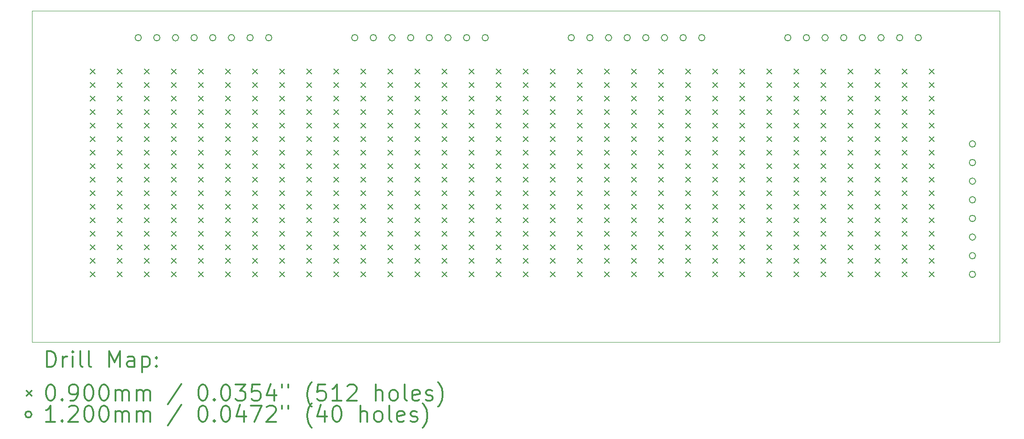
<source format=gbr>
%FSLAX45Y45*%
G04 Gerber Fmt 4.5, Leading zero omitted, Abs format (unit mm)*
G04 Created by KiCad (PCBNEW (5.1.10)-1) date 2023-10-25 13:43:58*
%MOMM*%
%LPD*%
G01*
G04 APERTURE LIST*
%TA.AperFunction,Profile*%
%ADD10C,0.120000*%
%TD*%
%ADD11C,0.200000*%
%ADD12C,0.300000*%
G04 APERTURE END LIST*
D10*
X24447500Y-8064500D02*
X24447500Y-1841500D01*
X6286500Y-1841500D02*
X24447500Y-1841500D01*
X6286500Y-8064500D02*
X6286500Y-1841500D01*
X24447500Y-8064500D02*
X6286500Y-8064500D01*
D11*
X7384500Y-2939500D02*
X7474500Y-3029500D01*
X7474500Y-2939500D02*
X7384500Y-3029500D01*
X7384500Y-3193500D02*
X7474500Y-3283500D01*
X7474500Y-3193500D02*
X7384500Y-3283500D01*
X7384500Y-3447500D02*
X7474500Y-3537500D01*
X7474500Y-3447500D02*
X7384500Y-3537500D01*
X7384500Y-3701500D02*
X7474500Y-3791500D01*
X7474500Y-3701500D02*
X7384500Y-3791500D01*
X7384500Y-3955500D02*
X7474500Y-4045500D01*
X7474500Y-3955500D02*
X7384500Y-4045500D01*
X7384500Y-4209500D02*
X7474500Y-4299500D01*
X7474500Y-4209500D02*
X7384500Y-4299500D01*
X7384500Y-4463500D02*
X7474500Y-4553500D01*
X7474500Y-4463500D02*
X7384500Y-4553500D01*
X7384500Y-4717500D02*
X7474500Y-4807500D01*
X7474500Y-4717500D02*
X7384500Y-4807500D01*
X7384500Y-4971500D02*
X7474500Y-5061500D01*
X7474500Y-4971500D02*
X7384500Y-5061500D01*
X7384500Y-5225500D02*
X7474500Y-5315500D01*
X7474500Y-5225500D02*
X7384500Y-5315500D01*
X7384500Y-5479500D02*
X7474500Y-5569500D01*
X7474500Y-5479500D02*
X7384500Y-5569500D01*
X7384500Y-5733500D02*
X7474500Y-5823500D01*
X7474500Y-5733500D02*
X7384500Y-5823500D01*
X7384500Y-5987500D02*
X7474500Y-6077500D01*
X7474500Y-5987500D02*
X7384500Y-6077500D01*
X7384500Y-6241500D02*
X7474500Y-6331500D01*
X7474500Y-6241500D02*
X7384500Y-6331500D01*
X7384500Y-6495500D02*
X7474500Y-6585500D01*
X7474500Y-6495500D02*
X7384500Y-6585500D01*
X7384500Y-6749500D02*
X7474500Y-6839500D01*
X7474500Y-6749500D02*
X7384500Y-6839500D01*
X7892500Y-2939500D02*
X7982500Y-3029500D01*
X7982500Y-2939500D02*
X7892500Y-3029500D01*
X7892500Y-3193500D02*
X7982500Y-3283500D01*
X7982500Y-3193500D02*
X7892500Y-3283500D01*
X7892500Y-3447500D02*
X7982500Y-3537500D01*
X7982500Y-3447500D02*
X7892500Y-3537500D01*
X7892500Y-3701500D02*
X7982500Y-3791500D01*
X7982500Y-3701500D02*
X7892500Y-3791500D01*
X7892500Y-3955500D02*
X7982500Y-4045500D01*
X7982500Y-3955500D02*
X7892500Y-4045500D01*
X7892500Y-4209500D02*
X7982500Y-4299500D01*
X7982500Y-4209500D02*
X7892500Y-4299500D01*
X7892500Y-4463500D02*
X7982500Y-4553500D01*
X7982500Y-4463500D02*
X7892500Y-4553500D01*
X7892500Y-4717500D02*
X7982500Y-4807500D01*
X7982500Y-4717500D02*
X7892500Y-4807500D01*
X7892500Y-4971500D02*
X7982500Y-5061500D01*
X7982500Y-4971500D02*
X7892500Y-5061500D01*
X7892500Y-5225500D02*
X7982500Y-5315500D01*
X7982500Y-5225500D02*
X7892500Y-5315500D01*
X7892500Y-5479500D02*
X7982500Y-5569500D01*
X7982500Y-5479500D02*
X7892500Y-5569500D01*
X7892500Y-5733500D02*
X7982500Y-5823500D01*
X7982500Y-5733500D02*
X7892500Y-5823500D01*
X7892500Y-5987500D02*
X7982500Y-6077500D01*
X7982500Y-5987500D02*
X7892500Y-6077500D01*
X7892500Y-6241500D02*
X7982500Y-6331500D01*
X7982500Y-6241500D02*
X7892500Y-6331500D01*
X7892500Y-6495500D02*
X7982500Y-6585500D01*
X7982500Y-6495500D02*
X7892500Y-6585500D01*
X7892500Y-6749500D02*
X7982500Y-6839500D01*
X7982500Y-6749500D02*
X7892500Y-6839500D01*
X8400500Y-2939500D02*
X8490500Y-3029500D01*
X8490500Y-2939500D02*
X8400500Y-3029500D01*
X8400500Y-3193500D02*
X8490500Y-3283500D01*
X8490500Y-3193500D02*
X8400500Y-3283500D01*
X8400500Y-3447500D02*
X8490500Y-3537500D01*
X8490500Y-3447500D02*
X8400500Y-3537500D01*
X8400500Y-3701500D02*
X8490500Y-3791500D01*
X8490500Y-3701500D02*
X8400500Y-3791500D01*
X8400500Y-3955500D02*
X8490500Y-4045500D01*
X8490500Y-3955500D02*
X8400500Y-4045500D01*
X8400500Y-4209500D02*
X8490500Y-4299500D01*
X8490500Y-4209500D02*
X8400500Y-4299500D01*
X8400500Y-4463500D02*
X8490500Y-4553500D01*
X8490500Y-4463500D02*
X8400500Y-4553500D01*
X8400500Y-4717500D02*
X8490500Y-4807500D01*
X8490500Y-4717500D02*
X8400500Y-4807500D01*
X8400500Y-4971500D02*
X8490500Y-5061500D01*
X8490500Y-4971500D02*
X8400500Y-5061500D01*
X8400500Y-5225500D02*
X8490500Y-5315500D01*
X8490500Y-5225500D02*
X8400500Y-5315500D01*
X8400500Y-5479500D02*
X8490500Y-5569500D01*
X8490500Y-5479500D02*
X8400500Y-5569500D01*
X8400500Y-5733500D02*
X8490500Y-5823500D01*
X8490500Y-5733500D02*
X8400500Y-5823500D01*
X8400500Y-5987500D02*
X8490500Y-6077500D01*
X8490500Y-5987500D02*
X8400500Y-6077500D01*
X8400500Y-6241500D02*
X8490500Y-6331500D01*
X8490500Y-6241500D02*
X8400500Y-6331500D01*
X8400500Y-6495500D02*
X8490500Y-6585500D01*
X8490500Y-6495500D02*
X8400500Y-6585500D01*
X8400500Y-6749500D02*
X8490500Y-6839500D01*
X8490500Y-6749500D02*
X8400500Y-6839500D01*
X8908500Y-2939500D02*
X8998500Y-3029500D01*
X8998500Y-2939500D02*
X8908500Y-3029500D01*
X8908500Y-3193500D02*
X8998500Y-3283500D01*
X8998500Y-3193500D02*
X8908500Y-3283500D01*
X8908500Y-3447500D02*
X8998500Y-3537500D01*
X8998500Y-3447500D02*
X8908500Y-3537500D01*
X8908500Y-3701500D02*
X8998500Y-3791500D01*
X8998500Y-3701500D02*
X8908500Y-3791500D01*
X8908500Y-3955500D02*
X8998500Y-4045500D01*
X8998500Y-3955500D02*
X8908500Y-4045500D01*
X8908500Y-4209500D02*
X8998500Y-4299500D01*
X8998500Y-4209500D02*
X8908500Y-4299500D01*
X8908500Y-4463500D02*
X8998500Y-4553500D01*
X8998500Y-4463500D02*
X8908500Y-4553500D01*
X8908500Y-4717500D02*
X8998500Y-4807500D01*
X8998500Y-4717500D02*
X8908500Y-4807500D01*
X8908500Y-4971500D02*
X8998500Y-5061500D01*
X8998500Y-4971500D02*
X8908500Y-5061500D01*
X8908500Y-5225500D02*
X8998500Y-5315500D01*
X8998500Y-5225500D02*
X8908500Y-5315500D01*
X8908500Y-5479500D02*
X8998500Y-5569500D01*
X8998500Y-5479500D02*
X8908500Y-5569500D01*
X8908500Y-5733500D02*
X8998500Y-5823500D01*
X8998500Y-5733500D02*
X8908500Y-5823500D01*
X8908500Y-5987500D02*
X8998500Y-6077500D01*
X8998500Y-5987500D02*
X8908500Y-6077500D01*
X8908500Y-6241500D02*
X8998500Y-6331500D01*
X8998500Y-6241500D02*
X8908500Y-6331500D01*
X8908500Y-6495500D02*
X8998500Y-6585500D01*
X8998500Y-6495500D02*
X8908500Y-6585500D01*
X8908500Y-6749500D02*
X8998500Y-6839500D01*
X8998500Y-6749500D02*
X8908500Y-6839500D01*
X9416500Y-2939500D02*
X9506500Y-3029500D01*
X9506500Y-2939500D02*
X9416500Y-3029500D01*
X9416500Y-3193500D02*
X9506500Y-3283500D01*
X9506500Y-3193500D02*
X9416500Y-3283500D01*
X9416500Y-3447500D02*
X9506500Y-3537500D01*
X9506500Y-3447500D02*
X9416500Y-3537500D01*
X9416500Y-3701500D02*
X9506500Y-3791500D01*
X9506500Y-3701500D02*
X9416500Y-3791500D01*
X9416500Y-3955500D02*
X9506500Y-4045500D01*
X9506500Y-3955500D02*
X9416500Y-4045500D01*
X9416500Y-4209500D02*
X9506500Y-4299500D01*
X9506500Y-4209500D02*
X9416500Y-4299500D01*
X9416500Y-4463500D02*
X9506500Y-4553500D01*
X9506500Y-4463500D02*
X9416500Y-4553500D01*
X9416500Y-4717500D02*
X9506500Y-4807500D01*
X9506500Y-4717500D02*
X9416500Y-4807500D01*
X9416500Y-4971500D02*
X9506500Y-5061500D01*
X9506500Y-4971500D02*
X9416500Y-5061500D01*
X9416500Y-5225500D02*
X9506500Y-5315500D01*
X9506500Y-5225500D02*
X9416500Y-5315500D01*
X9416500Y-5479500D02*
X9506500Y-5569500D01*
X9506500Y-5479500D02*
X9416500Y-5569500D01*
X9416500Y-5733500D02*
X9506500Y-5823500D01*
X9506500Y-5733500D02*
X9416500Y-5823500D01*
X9416500Y-5987500D02*
X9506500Y-6077500D01*
X9506500Y-5987500D02*
X9416500Y-6077500D01*
X9416500Y-6241500D02*
X9506500Y-6331500D01*
X9506500Y-6241500D02*
X9416500Y-6331500D01*
X9416500Y-6495500D02*
X9506500Y-6585500D01*
X9506500Y-6495500D02*
X9416500Y-6585500D01*
X9416500Y-6749500D02*
X9506500Y-6839500D01*
X9506500Y-6749500D02*
X9416500Y-6839500D01*
X9924500Y-2939500D02*
X10014500Y-3029500D01*
X10014500Y-2939500D02*
X9924500Y-3029500D01*
X9924500Y-3193500D02*
X10014500Y-3283500D01*
X10014500Y-3193500D02*
X9924500Y-3283500D01*
X9924500Y-3447500D02*
X10014500Y-3537500D01*
X10014500Y-3447500D02*
X9924500Y-3537500D01*
X9924500Y-3701500D02*
X10014500Y-3791500D01*
X10014500Y-3701500D02*
X9924500Y-3791500D01*
X9924500Y-3955500D02*
X10014500Y-4045500D01*
X10014500Y-3955500D02*
X9924500Y-4045500D01*
X9924500Y-4209500D02*
X10014500Y-4299500D01*
X10014500Y-4209500D02*
X9924500Y-4299500D01*
X9924500Y-4463500D02*
X10014500Y-4553500D01*
X10014500Y-4463500D02*
X9924500Y-4553500D01*
X9924500Y-4717500D02*
X10014500Y-4807500D01*
X10014500Y-4717500D02*
X9924500Y-4807500D01*
X9924500Y-4971500D02*
X10014500Y-5061500D01*
X10014500Y-4971500D02*
X9924500Y-5061500D01*
X9924500Y-5225500D02*
X10014500Y-5315500D01*
X10014500Y-5225500D02*
X9924500Y-5315500D01*
X9924500Y-5479500D02*
X10014500Y-5569500D01*
X10014500Y-5479500D02*
X9924500Y-5569500D01*
X9924500Y-5733500D02*
X10014500Y-5823500D01*
X10014500Y-5733500D02*
X9924500Y-5823500D01*
X9924500Y-5987500D02*
X10014500Y-6077500D01*
X10014500Y-5987500D02*
X9924500Y-6077500D01*
X9924500Y-6241500D02*
X10014500Y-6331500D01*
X10014500Y-6241500D02*
X9924500Y-6331500D01*
X9924500Y-6495500D02*
X10014500Y-6585500D01*
X10014500Y-6495500D02*
X9924500Y-6585500D01*
X9924500Y-6749500D02*
X10014500Y-6839500D01*
X10014500Y-6749500D02*
X9924500Y-6839500D01*
X10432500Y-2939500D02*
X10522500Y-3029500D01*
X10522500Y-2939500D02*
X10432500Y-3029500D01*
X10432500Y-3193500D02*
X10522500Y-3283500D01*
X10522500Y-3193500D02*
X10432500Y-3283500D01*
X10432500Y-3447500D02*
X10522500Y-3537500D01*
X10522500Y-3447500D02*
X10432500Y-3537500D01*
X10432500Y-3701500D02*
X10522500Y-3791500D01*
X10522500Y-3701500D02*
X10432500Y-3791500D01*
X10432500Y-3955500D02*
X10522500Y-4045500D01*
X10522500Y-3955500D02*
X10432500Y-4045500D01*
X10432500Y-4209500D02*
X10522500Y-4299500D01*
X10522500Y-4209500D02*
X10432500Y-4299500D01*
X10432500Y-4463500D02*
X10522500Y-4553500D01*
X10522500Y-4463500D02*
X10432500Y-4553500D01*
X10432500Y-4717500D02*
X10522500Y-4807500D01*
X10522500Y-4717500D02*
X10432500Y-4807500D01*
X10432500Y-4971500D02*
X10522500Y-5061500D01*
X10522500Y-4971500D02*
X10432500Y-5061500D01*
X10432500Y-5225500D02*
X10522500Y-5315500D01*
X10522500Y-5225500D02*
X10432500Y-5315500D01*
X10432500Y-5479500D02*
X10522500Y-5569500D01*
X10522500Y-5479500D02*
X10432500Y-5569500D01*
X10432500Y-5733500D02*
X10522500Y-5823500D01*
X10522500Y-5733500D02*
X10432500Y-5823500D01*
X10432500Y-5987500D02*
X10522500Y-6077500D01*
X10522500Y-5987500D02*
X10432500Y-6077500D01*
X10432500Y-6241500D02*
X10522500Y-6331500D01*
X10522500Y-6241500D02*
X10432500Y-6331500D01*
X10432500Y-6495500D02*
X10522500Y-6585500D01*
X10522500Y-6495500D02*
X10432500Y-6585500D01*
X10432500Y-6749500D02*
X10522500Y-6839500D01*
X10522500Y-6749500D02*
X10432500Y-6839500D01*
X10940500Y-2939500D02*
X11030500Y-3029500D01*
X11030500Y-2939500D02*
X10940500Y-3029500D01*
X10940500Y-3193500D02*
X11030500Y-3283500D01*
X11030500Y-3193500D02*
X10940500Y-3283500D01*
X10940500Y-3447500D02*
X11030500Y-3537500D01*
X11030500Y-3447500D02*
X10940500Y-3537500D01*
X10940500Y-3701500D02*
X11030500Y-3791500D01*
X11030500Y-3701500D02*
X10940500Y-3791500D01*
X10940500Y-3955500D02*
X11030500Y-4045500D01*
X11030500Y-3955500D02*
X10940500Y-4045500D01*
X10940500Y-4209500D02*
X11030500Y-4299500D01*
X11030500Y-4209500D02*
X10940500Y-4299500D01*
X10940500Y-4463500D02*
X11030500Y-4553500D01*
X11030500Y-4463500D02*
X10940500Y-4553500D01*
X10940500Y-4717500D02*
X11030500Y-4807500D01*
X11030500Y-4717500D02*
X10940500Y-4807500D01*
X10940500Y-4971500D02*
X11030500Y-5061500D01*
X11030500Y-4971500D02*
X10940500Y-5061500D01*
X10940500Y-5225500D02*
X11030500Y-5315500D01*
X11030500Y-5225500D02*
X10940500Y-5315500D01*
X10940500Y-5479500D02*
X11030500Y-5569500D01*
X11030500Y-5479500D02*
X10940500Y-5569500D01*
X10940500Y-5733500D02*
X11030500Y-5823500D01*
X11030500Y-5733500D02*
X10940500Y-5823500D01*
X10940500Y-5987500D02*
X11030500Y-6077500D01*
X11030500Y-5987500D02*
X10940500Y-6077500D01*
X10940500Y-6241500D02*
X11030500Y-6331500D01*
X11030500Y-6241500D02*
X10940500Y-6331500D01*
X10940500Y-6495500D02*
X11030500Y-6585500D01*
X11030500Y-6495500D02*
X10940500Y-6585500D01*
X10940500Y-6749500D02*
X11030500Y-6839500D01*
X11030500Y-6749500D02*
X10940500Y-6839500D01*
X11448500Y-2939500D02*
X11538500Y-3029500D01*
X11538500Y-2939500D02*
X11448500Y-3029500D01*
X11448500Y-3193500D02*
X11538500Y-3283500D01*
X11538500Y-3193500D02*
X11448500Y-3283500D01*
X11448500Y-3447500D02*
X11538500Y-3537500D01*
X11538500Y-3447500D02*
X11448500Y-3537500D01*
X11448500Y-3701500D02*
X11538500Y-3791500D01*
X11538500Y-3701500D02*
X11448500Y-3791500D01*
X11448500Y-3955500D02*
X11538500Y-4045500D01*
X11538500Y-3955500D02*
X11448500Y-4045500D01*
X11448500Y-4209500D02*
X11538500Y-4299500D01*
X11538500Y-4209500D02*
X11448500Y-4299500D01*
X11448500Y-4463500D02*
X11538500Y-4553500D01*
X11538500Y-4463500D02*
X11448500Y-4553500D01*
X11448500Y-4717500D02*
X11538500Y-4807500D01*
X11538500Y-4717500D02*
X11448500Y-4807500D01*
X11448500Y-4971500D02*
X11538500Y-5061500D01*
X11538500Y-4971500D02*
X11448500Y-5061500D01*
X11448500Y-5225500D02*
X11538500Y-5315500D01*
X11538500Y-5225500D02*
X11448500Y-5315500D01*
X11448500Y-5479500D02*
X11538500Y-5569500D01*
X11538500Y-5479500D02*
X11448500Y-5569500D01*
X11448500Y-5733500D02*
X11538500Y-5823500D01*
X11538500Y-5733500D02*
X11448500Y-5823500D01*
X11448500Y-5987500D02*
X11538500Y-6077500D01*
X11538500Y-5987500D02*
X11448500Y-6077500D01*
X11448500Y-6241500D02*
X11538500Y-6331500D01*
X11538500Y-6241500D02*
X11448500Y-6331500D01*
X11448500Y-6495500D02*
X11538500Y-6585500D01*
X11538500Y-6495500D02*
X11448500Y-6585500D01*
X11448500Y-6749500D02*
X11538500Y-6839500D01*
X11538500Y-6749500D02*
X11448500Y-6839500D01*
X11956500Y-2939500D02*
X12046500Y-3029500D01*
X12046500Y-2939500D02*
X11956500Y-3029500D01*
X11956500Y-3193500D02*
X12046500Y-3283500D01*
X12046500Y-3193500D02*
X11956500Y-3283500D01*
X11956500Y-3447500D02*
X12046500Y-3537500D01*
X12046500Y-3447500D02*
X11956500Y-3537500D01*
X11956500Y-3701500D02*
X12046500Y-3791500D01*
X12046500Y-3701500D02*
X11956500Y-3791500D01*
X11956500Y-3955500D02*
X12046500Y-4045500D01*
X12046500Y-3955500D02*
X11956500Y-4045500D01*
X11956500Y-4209500D02*
X12046500Y-4299500D01*
X12046500Y-4209500D02*
X11956500Y-4299500D01*
X11956500Y-4463500D02*
X12046500Y-4553500D01*
X12046500Y-4463500D02*
X11956500Y-4553500D01*
X11956500Y-4717500D02*
X12046500Y-4807500D01*
X12046500Y-4717500D02*
X11956500Y-4807500D01*
X11956500Y-4971500D02*
X12046500Y-5061500D01*
X12046500Y-4971500D02*
X11956500Y-5061500D01*
X11956500Y-5225500D02*
X12046500Y-5315500D01*
X12046500Y-5225500D02*
X11956500Y-5315500D01*
X11956500Y-5479500D02*
X12046500Y-5569500D01*
X12046500Y-5479500D02*
X11956500Y-5569500D01*
X11956500Y-5733500D02*
X12046500Y-5823500D01*
X12046500Y-5733500D02*
X11956500Y-5823500D01*
X11956500Y-5987500D02*
X12046500Y-6077500D01*
X12046500Y-5987500D02*
X11956500Y-6077500D01*
X11956500Y-6241500D02*
X12046500Y-6331500D01*
X12046500Y-6241500D02*
X11956500Y-6331500D01*
X11956500Y-6495500D02*
X12046500Y-6585500D01*
X12046500Y-6495500D02*
X11956500Y-6585500D01*
X11956500Y-6749500D02*
X12046500Y-6839500D01*
X12046500Y-6749500D02*
X11956500Y-6839500D01*
X12464500Y-2939500D02*
X12554500Y-3029500D01*
X12554500Y-2939500D02*
X12464500Y-3029500D01*
X12464500Y-3193500D02*
X12554500Y-3283500D01*
X12554500Y-3193500D02*
X12464500Y-3283500D01*
X12464500Y-3447500D02*
X12554500Y-3537500D01*
X12554500Y-3447500D02*
X12464500Y-3537500D01*
X12464500Y-3701500D02*
X12554500Y-3791500D01*
X12554500Y-3701500D02*
X12464500Y-3791500D01*
X12464500Y-3955500D02*
X12554500Y-4045500D01*
X12554500Y-3955500D02*
X12464500Y-4045500D01*
X12464500Y-4209500D02*
X12554500Y-4299500D01*
X12554500Y-4209500D02*
X12464500Y-4299500D01*
X12464500Y-4463500D02*
X12554500Y-4553500D01*
X12554500Y-4463500D02*
X12464500Y-4553500D01*
X12464500Y-4717500D02*
X12554500Y-4807500D01*
X12554500Y-4717500D02*
X12464500Y-4807500D01*
X12464500Y-4971500D02*
X12554500Y-5061500D01*
X12554500Y-4971500D02*
X12464500Y-5061500D01*
X12464500Y-5225500D02*
X12554500Y-5315500D01*
X12554500Y-5225500D02*
X12464500Y-5315500D01*
X12464500Y-5479500D02*
X12554500Y-5569500D01*
X12554500Y-5479500D02*
X12464500Y-5569500D01*
X12464500Y-5733500D02*
X12554500Y-5823500D01*
X12554500Y-5733500D02*
X12464500Y-5823500D01*
X12464500Y-5987500D02*
X12554500Y-6077500D01*
X12554500Y-5987500D02*
X12464500Y-6077500D01*
X12464500Y-6241500D02*
X12554500Y-6331500D01*
X12554500Y-6241500D02*
X12464500Y-6331500D01*
X12464500Y-6495500D02*
X12554500Y-6585500D01*
X12554500Y-6495500D02*
X12464500Y-6585500D01*
X12464500Y-6749500D02*
X12554500Y-6839500D01*
X12554500Y-6749500D02*
X12464500Y-6839500D01*
X12972500Y-2939500D02*
X13062500Y-3029500D01*
X13062500Y-2939500D02*
X12972500Y-3029500D01*
X12972500Y-3193500D02*
X13062500Y-3283500D01*
X13062500Y-3193500D02*
X12972500Y-3283500D01*
X12972500Y-3447500D02*
X13062500Y-3537500D01*
X13062500Y-3447500D02*
X12972500Y-3537500D01*
X12972500Y-3701500D02*
X13062500Y-3791500D01*
X13062500Y-3701500D02*
X12972500Y-3791500D01*
X12972500Y-3955500D02*
X13062500Y-4045500D01*
X13062500Y-3955500D02*
X12972500Y-4045500D01*
X12972500Y-4209500D02*
X13062500Y-4299500D01*
X13062500Y-4209500D02*
X12972500Y-4299500D01*
X12972500Y-4463500D02*
X13062500Y-4553500D01*
X13062500Y-4463500D02*
X12972500Y-4553500D01*
X12972500Y-4717500D02*
X13062500Y-4807500D01*
X13062500Y-4717500D02*
X12972500Y-4807500D01*
X12972500Y-4971500D02*
X13062500Y-5061500D01*
X13062500Y-4971500D02*
X12972500Y-5061500D01*
X12972500Y-5225500D02*
X13062500Y-5315500D01*
X13062500Y-5225500D02*
X12972500Y-5315500D01*
X12972500Y-5479500D02*
X13062500Y-5569500D01*
X13062500Y-5479500D02*
X12972500Y-5569500D01*
X12972500Y-5733500D02*
X13062500Y-5823500D01*
X13062500Y-5733500D02*
X12972500Y-5823500D01*
X12972500Y-5987500D02*
X13062500Y-6077500D01*
X13062500Y-5987500D02*
X12972500Y-6077500D01*
X12972500Y-6241500D02*
X13062500Y-6331500D01*
X13062500Y-6241500D02*
X12972500Y-6331500D01*
X12972500Y-6495500D02*
X13062500Y-6585500D01*
X13062500Y-6495500D02*
X12972500Y-6585500D01*
X12972500Y-6749500D02*
X13062500Y-6839500D01*
X13062500Y-6749500D02*
X12972500Y-6839500D01*
X13480500Y-2939500D02*
X13570500Y-3029500D01*
X13570500Y-2939500D02*
X13480500Y-3029500D01*
X13480500Y-3193500D02*
X13570500Y-3283500D01*
X13570500Y-3193500D02*
X13480500Y-3283500D01*
X13480500Y-3447500D02*
X13570500Y-3537500D01*
X13570500Y-3447500D02*
X13480500Y-3537500D01*
X13480500Y-3701500D02*
X13570500Y-3791500D01*
X13570500Y-3701500D02*
X13480500Y-3791500D01*
X13480500Y-3955500D02*
X13570500Y-4045500D01*
X13570500Y-3955500D02*
X13480500Y-4045500D01*
X13480500Y-4209500D02*
X13570500Y-4299500D01*
X13570500Y-4209500D02*
X13480500Y-4299500D01*
X13480500Y-4463500D02*
X13570500Y-4553500D01*
X13570500Y-4463500D02*
X13480500Y-4553500D01*
X13480500Y-4717500D02*
X13570500Y-4807500D01*
X13570500Y-4717500D02*
X13480500Y-4807500D01*
X13480500Y-4971500D02*
X13570500Y-5061500D01*
X13570500Y-4971500D02*
X13480500Y-5061500D01*
X13480500Y-5225500D02*
X13570500Y-5315500D01*
X13570500Y-5225500D02*
X13480500Y-5315500D01*
X13480500Y-5479500D02*
X13570500Y-5569500D01*
X13570500Y-5479500D02*
X13480500Y-5569500D01*
X13480500Y-5733500D02*
X13570500Y-5823500D01*
X13570500Y-5733500D02*
X13480500Y-5823500D01*
X13480500Y-5987500D02*
X13570500Y-6077500D01*
X13570500Y-5987500D02*
X13480500Y-6077500D01*
X13480500Y-6241500D02*
X13570500Y-6331500D01*
X13570500Y-6241500D02*
X13480500Y-6331500D01*
X13480500Y-6495500D02*
X13570500Y-6585500D01*
X13570500Y-6495500D02*
X13480500Y-6585500D01*
X13480500Y-6749500D02*
X13570500Y-6839500D01*
X13570500Y-6749500D02*
X13480500Y-6839500D01*
X13988500Y-2939500D02*
X14078500Y-3029500D01*
X14078500Y-2939500D02*
X13988500Y-3029500D01*
X13988500Y-3193500D02*
X14078500Y-3283500D01*
X14078500Y-3193500D02*
X13988500Y-3283500D01*
X13988500Y-3447500D02*
X14078500Y-3537500D01*
X14078500Y-3447500D02*
X13988500Y-3537500D01*
X13988500Y-3701500D02*
X14078500Y-3791500D01*
X14078500Y-3701500D02*
X13988500Y-3791500D01*
X13988500Y-3955500D02*
X14078500Y-4045500D01*
X14078500Y-3955500D02*
X13988500Y-4045500D01*
X13988500Y-4209500D02*
X14078500Y-4299500D01*
X14078500Y-4209500D02*
X13988500Y-4299500D01*
X13988500Y-4463500D02*
X14078500Y-4553500D01*
X14078500Y-4463500D02*
X13988500Y-4553500D01*
X13988500Y-4717500D02*
X14078500Y-4807500D01*
X14078500Y-4717500D02*
X13988500Y-4807500D01*
X13988500Y-4971500D02*
X14078500Y-5061500D01*
X14078500Y-4971500D02*
X13988500Y-5061500D01*
X13988500Y-5225500D02*
X14078500Y-5315500D01*
X14078500Y-5225500D02*
X13988500Y-5315500D01*
X13988500Y-5479500D02*
X14078500Y-5569500D01*
X14078500Y-5479500D02*
X13988500Y-5569500D01*
X13988500Y-5733500D02*
X14078500Y-5823500D01*
X14078500Y-5733500D02*
X13988500Y-5823500D01*
X13988500Y-5987500D02*
X14078500Y-6077500D01*
X14078500Y-5987500D02*
X13988500Y-6077500D01*
X13988500Y-6241500D02*
X14078500Y-6331500D01*
X14078500Y-6241500D02*
X13988500Y-6331500D01*
X13988500Y-6495500D02*
X14078500Y-6585500D01*
X14078500Y-6495500D02*
X13988500Y-6585500D01*
X13988500Y-6749500D02*
X14078500Y-6839500D01*
X14078500Y-6749500D02*
X13988500Y-6839500D01*
X14496500Y-2939500D02*
X14586500Y-3029500D01*
X14586500Y-2939500D02*
X14496500Y-3029500D01*
X14496500Y-3193500D02*
X14586500Y-3283500D01*
X14586500Y-3193500D02*
X14496500Y-3283500D01*
X14496500Y-3447500D02*
X14586500Y-3537500D01*
X14586500Y-3447500D02*
X14496500Y-3537500D01*
X14496500Y-3701500D02*
X14586500Y-3791500D01*
X14586500Y-3701500D02*
X14496500Y-3791500D01*
X14496500Y-3955500D02*
X14586500Y-4045500D01*
X14586500Y-3955500D02*
X14496500Y-4045500D01*
X14496500Y-4209500D02*
X14586500Y-4299500D01*
X14586500Y-4209500D02*
X14496500Y-4299500D01*
X14496500Y-4463500D02*
X14586500Y-4553500D01*
X14586500Y-4463500D02*
X14496500Y-4553500D01*
X14496500Y-4717500D02*
X14586500Y-4807500D01*
X14586500Y-4717500D02*
X14496500Y-4807500D01*
X14496500Y-4971500D02*
X14586500Y-5061500D01*
X14586500Y-4971500D02*
X14496500Y-5061500D01*
X14496500Y-5225500D02*
X14586500Y-5315500D01*
X14586500Y-5225500D02*
X14496500Y-5315500D01*
X14496500Y-5479500D02*
X14586500Y-5569500D01*
X14586500Y-5479500D02*
X14496500Y-5569500D01*
X14496500Y-5733500D02*
X14586500Y-5823500D01*
X14586500Y-5733500D02*
X14496500Y-5823500D01*
X14496500Y-5987500D02*
X14586500Y-6077500D01*
X14586500Y-5987500D02*
X14496500Y-6077500D01*
X14496500Y-6241500D02*
X14586500Y-6331500D01*
X14586500Y-6241500D02*
X14496500Y-6331500D01*
X14496500Y-6495500D02*
X14586500Y-6585500D01*
X14586500Y-6495500D02*
X14496500Y-6585500D01*
X14496500Y-6749500D02*
X14586500Y-6839500D01*
X14586500Y-6749500D02*
X14496500Y-6839500D01*
X15004500Y-2939500D02*
X15094500Y-3029500D01*
X15094500Y-2939500D02*
X15004500Y-3029500D01*
X15004500Y-3193500D02*
X15094500Y-3283500D01*
X15094500Y-3193500D02*
X15004500Y-3283500D01*
X15004500Y-3447500D02*
X15094500Y-3537500D01*
X15094500Y-3447500D02*
X15004500Y-3537500D01*
X15004500Y-3701500D02*
X15094500Y-3791500D01*
X15094500Y-3701500D02*
X15004500Y-3791500D01*
X15004500Y-3955500D02*
X15094500Y-4045500D01*
X15094500Y-3955500D02*
X15004500Y-4045500D01*
X15004500Y-4209500D02*
X15094500Y-4299500D01*
X15094500Y-4209500D02*
X15004500Y-4299500D01*
X15004500Y-4463500D02*
X15094500Y-4553500D01*
X15094500Y-4463500D02*
X15004500Y-4553500D01*
X15004500Y-4717500D02*
X15094500Y-4807500D01*
X15094500Y-4717500D02*
X15004500Y-4807500D01*
X15004500Y-4971500D02*
X15094500Y-5061500D01*
X15094500Y-4971500D02*
X15004500Y-5061500D01*
X15004500Y-5225500D02*
X15094500Y-5315500D01*
X15094500Y-5225500D02*
X15004500Y-5315500D01*
X15004500Y-5479500D02*
X15094500Y-5569500D01*
X15094500Y-5479500D02*
X15004500Y-5569500D01*
X15004500Y-5733500D02*
X15094500Y-5823500D01*
X15094500Y-5733500D02*
X15004500Y-5823500D01*
X15004500Y-5987500D02*
X15094500Y-6077500D01*
X15094500Y-5987500D02*
X15004500Y-6077500D01*
X15004500Y-6241500D02*
X15094500Y-6331500D01*
X15094500Y-6241500D02*
X15004500Y-6331500D01*
X15004500Y-6495500D02*
X15094500Y-6585500D01*
X15094500Y-6495500D02*
X15004500Y-6585500D01*
X15004500Y-6749500D02*
X15094500Y-6839500D01*
X15094500Y-6749500D02*
X15004500Y-6839500D01*
X15512500Y-2939500D02*
X15602500Y-3029500D01*
X15602500Y-2939500D02*
X15512500Y-3029500D01*
X15512500Y-3193500D02*
X15602500Y-3283500D01*
X15602500Y-3193500D02*
X15512500Y-3283500D01*
X15512500Y-3447500D02*
X15602500Y-3537500D01*
X15602500Y-3447500D02*
X15512500Y-3537500D01*
X15512500Y-3701500D02*
X15602500Y-3791500D01*
X15602500Y-3701500D02*
X15512500Y-3791500D01*
X15512500Y-3955500D02*
X15602500Y-4045500D01*
X15602500Y-3955500D02*
X15512500Y-4045500D01*
X15512500Y-4209500D02*
X15602500Y-4299500D01*
X15602500Y-4209500D02*
X15512500Y-4299500D01*
X15512500Y-4463500D02*
X15602500Y-4553500D01*
X15602500Y-4463500D02*
X15512500Y-4553500D01*
X15512500Y-4717500D02*
X15602500Y-4807500D01*
X15602500Y-4717500D02*
X15512500Y-4807500D01*
X15512500Y-4971500D02*
X15602500Y-5061500D01*
X15602500Y-4971500D02*
X15512500Y-5061500D01*
X15512500Y-5225500D02*
X15602500Y-5315500D01*
X15602500Y-5225500D02*
X15512500Y-5315500D01*
X15512500Y-5479500D02*
X15602500Y-5569500D01*
X15602500Y-5479500D02*
X15512500Y-5569500D01*
X15512500Y-5733500D02*
X15602500Y-5823500D01*
X15602500Y-5733500D02*
X15512500Y-5823500D01*
X15512500Y-5987500D02*
X15602500Y-6077500D01*
X15602500Y-5987500D02*
X15512500Y-6077500D01*
X15512500Y-6241500D02*
X15602500Y-6331500D01*
X15602500Y-6241500D02*
X15512500Y-6331500D01*
X15512500Y-6495500D02*
X15602500Y-6585500D01*
X15602500Y-6495500D02*
X15512500Y-6585500D01*
X15512500Y-6749500D02*
X15602500Y-6839500D01*
X15602500Y-6749500D02*
X15512500Y-6839500D01*
X16020500Y-2939500D02*
X16110500Y-3029500D01*
X16110500Y-2939500D02*
X16020500Y-3029500D01*
X16020500Y-3193500D02*
X16110500Y-3283500D01*
X16110500Y-3193500D02*
X16020500Y-3283500D01*
X16020500Y-3447500D02*
X16110500Y-3537500D01*
X16110500Y-3447500D02*
X16020500Y-3537500D01*
X16020500Y-3701500D02*
X16110500Y-3791500D01*
X16110500Y-3701500D02*
X16020500Y-3791500D01*
X16020500Y-3955500D02*
X16110500Y-4045500D01*
X16110500Y-3955500D02*
X16020500Y-4045500D01*
X16020500Y-4209500D02*
X16110500Y-4299500D01*
X16110500Y-4209500D02*
X16020500Y-4299500D01*
X16020500Y-4463500D02*
X16110500Y-4553500D01*
X16110500Y-4463500D02*
X16020500Y-4553500D01*
X16020500Y-4717500D02*
X16110500Y-4807500D01*
X16110500Y-4717500D02*
X16020500Y-4807500D01*
X16020500Y-4971500D02*
X16110500Y-5061500D01*
X16110500Y-4971500D02*
X16020500Y-5061500D01*
X16020500Y-5225500D02*
X16110500Y-5315500D01*
X16110500Y-5225500D02*
X16020500Y-5315500D01*
X16020500Y-5479500D02*
X16110500Y-5569500D01*
X16110500Y-5479500D02*
X16020500Y-5569500D01*
X16020500Y-5733500D02*
X16110500Y-5823500D01*
X16110500Y-5733500D02*
X16020500Y-5823500D01*
X16020500Y-5987500D02*
X16110500Y-6077500D01*
X16110500Y-5987500D02*
X16020500Y-6077500D01*
X16020500Y-6241500D02*
X16110500Y-6331500D01*
X16110500Y-6241500D02*
X16020500Y-6331500D01*
X16020500Y-6495500D02*
X16110500Y-6585500D01*
X16110500Y-6495500D02*
X16020500Y-6585500D01*
X16020500Y-6749500D02*
X16110500Y-6839500D01*
X16110500Y-6749500D02*
X16020500Y-6839500D01*
X16528500Y-2939500D02*
X16618500Y-3029500D01*
X16618500Y-2939500D02*
X16528500Y-3029500D01*
X16528500Y-3193500D02*
X16618500Y-3283500D01*
X16618500Y-3193500D02*
X16528500Y-3283500D01*
X16528500Y-3447500D02*
X16618500Y-3537500D01*
X16618500Y-3447500D02*
X16528500Y-3537500D01*
X16528500Y-3701500D02*
X16618500Y-3791500D01*
X16618500Y-3701500D02*
X16528500Y-3791500D01*
X16528500Y-3955500D02*
X16618500Y-4045500D01*
X16618500Y-3955500D02*
X16528500Y-4045500D01*
X16528500Y-4209500D02*
X16618500Y-4299500D01*
X16618500Y-4209500D02*
X16528500Y-4299500D01*
X16528500Y-4463500D02*
X16618500Y-4553500D01*
X16618500Y-4463500D02*
X16528500Y-4553500D01*
X16528500Y-4717500D02*
X16618500Y-4807500D01*
X16618500Y-4717500D02*
X16528500Y-4807500D01*
X16528500Y-4971500D02*
X16618500Y-5061500D01*
X16618500Y-4971500D02*
X16528500Y-5061500D01*
X16528500Y-5225500D02*
X16618500Y-5315500D01*
X16618500Y-5225500D02*
X16528500Y-5315500D01*
X16528500Y-5479500D02*
X16618500Y-5569500D01*
X16618500Y-5479500D02*
X16528500Y-5569500D01*
X16528500Y-5733500D02*
X16618500Y-5823500D01*
X16618500Y-5733500D02*
X16528500Y-5823500D01*
X16528500Y-5987500D02*
X16618500Y-6077500D01*
X16618500Y-5987500D02*
X16528500Y-6077500D01*
X16528500Y-6241500D02*
X16618500Y-6331500D01*
X16618500Y-6241500D02*
X16528500Y-6331500D01*
X16528500Y-6495500D02*
X16618500Y-6585500D01*
X16618500Y-6495500D02*
X16528500Y-6585500D01*
X16528500Y-6749500D02*
X16618500Y-6839500D01*
X16618500Y-6749500D02*
X16528500Y-6839500D01*
X17036500Y-2939500D02*
X17126500Y-3029500D01*
X17126500Y-2939500D02*
X17036500Y-3029500D01*
X17036500Y-3193500D02*
X17126500Y-3283500D01*
X17126500Y-3193500D02*
X17036500Y-3283500D01*
X17036500Y-3447500D02*
X17126500Y-3537500D01*
X17126500Y-3447500D02*
X17036500Y-3537500D01*
X17036500Y-3701500D02*
X17126500Y-3791500D01*
X17126500Y-3701500D02*
X17036500Y-3791500D01*
X17036500Y-3955500D02*
X17126500Y-4045500D01*
X17126500Y-3955500D02*
X17036500Y-4045500D01*
X17036500Y-4209500D02*
X17126500Y-4299500D01*
X17126500Y-4209500D02*
X17036500Y-4299500D01*
X17036500Y-4463500D02*
X17126500Y-4553500D01*
X17126500Y-4463500D02*
X17036500Y-4553500D01*
X17036500Y-4717500D02*
X17126500Y-4807500D01*
X17126500Y-4717500D02*
X17036500Y-4807500D01*
X17036500Y-4971500D02*
X17126500Y-5061500D01*
X17126500Y-4971500D02*
X17036500Y-5061500D01*
X17036500Y-5225500D02*
X17126500Y-5315500D01*
X17126500Y-5225500D02*
X17036500Y-5315500D01*
X17036500Y-5479500D02*
X17126500Y-5569500D01*
X17126500Y-5479500D02*
X17036500Y-5569500D01*
X17036500Y-5733500D02*
X17126500Y-5823500D01*
X17126500Y-5733500D02*
X17036500Y-5823500D01*
X17036500Y-5987500D02*
X17126500Y-6077500D01*
X17126500Y-5987500D02*
X17036500Y-6077500D01*
X17036500Y-6241500D02*
X17126500Y-6331500D01*
X17126500Y-6241500D02*
X17036500Y-6331500D01*
X17036500Y-6495500D02*
X17126500Y-6585500D01*
X17126500Y-6495500D02*
X17036500Y-6585500D01*
X17036500Y-6749500D02*
X17126500Y-6839500D01*
X17126500Y-6749500D02*
X17036500Y-6839500D01*
X17544500Y-2939500D02*
X17634500Y-3029500D01*
X17634500Y-2939500D02*
X17544500Y-3029500D01*
X17544500Y-3193500D02*
X17634500Y-3283500D01*
X17634500Y-3193500D02*
X17544500Y-3283500D01*
X17544500Y-3447500D02*
X17634500Y-3537500D01*
X17634500Y-3447500D02*
X17544500Y-3537500D01*
X17544500Y-3701500D02*
X17634500Y-3791500D01*
X17634500Y-3701500D02*
X17544500Y-3791500D01*
X17544500Y-3955500D02*
X17634500Y-4045500D01*
X17634500Y-3955500D02*
X17544500Y-4045500D01*
X17544500Y-4209500D02*
X17634500Y-4299500D01*
X17634500Y-4209500D02*
X17544500Y-4299500D01*
X17544500Y-4463500D02*
X17634500Y-4553500D01*
X17634500Y-4463500D02*
X17544500Y-4553500D01*
X17544500Y-4717500D02*
X17634500Y-4807500D01*
X17634500Y-4717500D02*
X17544500Y-4807500D01*
X17544500Y-4971500D02*
X17634500Y-5061500D01*
X17634500Y-4971500D02*
X17544500Y-5061500D01*
X17544500Y-5225500D02*
X17634500Y-5315500D01*
X17634500Y-5225500D02*
X17544500Y-5315500D01*
X17544500Y-5479500D02*
X17634500Y-5569500D01*
X17634500Y-5479500D02*
X17544500Y-5569500D01*
X17544500Y-5733500D02*
X17634500Y-5823500D01*
X17634500Y-5733500D02*
X17544500Y-5823500D01*
X17544500Y-5987500D02*
X17634500Y-6077500D01*
X17634500Y-5987500D02*
X17544500Y-6077500D01*
X17544500Y-6241500D02*
X17634500Y-6331500D01*
X17634500Y-6241500D02*
X17544500Y-6331500D01*
X17544500Y-6495500D02*
X17634500Y-6585500D01*
X17634500Y-6495500D02*
X17544500Y-6585500D01*
X17544500Y-6749500D02*
X17634500Y-6839500D01*
X17634500Y-6749500D02*
X17544500Y-6839500D01*
X18052500Y-2939500D02*
X18142500Y-3029500D01*
X18142500Y-2939500D02*
X18052500Y-3029500D01*
X18052500Y-3193500D02*
X18142500Y-3283500D01*
X18142500Y-3193500D02*
X18052500Y-3283500D01*
X18052500Y-3447500D02*
X18142500Y-3537500D01*
X18142500Y-3447500D02*
X18052500Y-3537500D01*
X18052500Y-3701500D02*
X18142500Y-3791500D01*
X18142500Y-3701500D02*
X18052500Y-3791500D01*
X18052500Y-3955500D02*
X18142500Y-4045500D01*
X18142500Y-3955500D02*
X18052500Y-4045500D01*
X18052500Y-4209500D02*
X18142500Y-4299500D01*
X18142500Y-4209500D02*
X18052500Y-4299500D01*
X18052500Y-4463500D02*
X18142500Y-4553500D01*
X18142500Y-4463500D02*
X18052500Y-4553500D01*
X18052500Y-4717500D02*
X18142500Y-4807500D01*
X18142500Y-4717500D02*
X18052500Y-4807500D01*
X18052500Y-4971500D02*
X18142500Y-5061500D01*
X18142500Y-4971500D02*
X18052500Y-5061500D01*
X18052500Y-5225500D02*
X18142500Y-5315500D01*
X18142500Y-5225500D02*
X18052500Y-5315500D01*
X18052500Y-5479500D02*
X18142500Y-5569500D01*
X18142500Y-5479500D02*
X18052500Y-5569500D01*
X18052500Y-5733500D02*
X18142500Y-5823500D01*
X18142500Y-5733500D02*
X18052500Y-5823500D01*
X18052500Y-5987500D02*
X18142500Y-6077500D01*
X18142500Y-5987500D02*
X18052500Y-6077500D01*
X18052500Y-6241500D02*
X18142500Y-6331500D01*
X18142500Y-6241500D02*
X18052500Y-6331500D01*
X18052500Y-6495500D02*
X18142500Y-6585500D01*
X18142500Y-6495500D02*
X18052500Y-6585500D01*
X18052500Y-6749500D02*
X18142500Y-6839500D01*
X18142500Y-6749500D02*
X18052500Y-6839500D01*
X18560500Y-2939500D02*
X18650500Y-3029500D01*
X18650500Y-2939500D02*
X18560500Y-3029500D01*
X18560500Y-3193500D02*
X18650500Y-3283500D01*
X18650500Y-3193500D02*
X18560500Y-3283500D01*
X18560500Y-3447500D02*
X18650500Y-3537500D01*
X18650500Y-3447500D02*
X18560500Y-3537500D01*
X18560500Y-3701500D02*
X18650500Y-3791500D01*
X18650500Y-3701500D02*
X18560500Y-3791500D01*
X18560500Y-3955500D02*
X18650500Y-4045500D01*
X18650500Y-3955500D02*
X18560500Y-4045500D01*
X18560500Y-4209500D02*
X18650500Y-4299500D01*
X18650500Y-4209500D02*
X18560500Y-4299500D01*
X18560500Y-4463500D02*
X18650500Y-4553500D01*
X18650500Y-4463500D02*
X18560500Y-4553500D01*
X18560500Y-4717500D02*
X18650500Y-4807500D01*
X18650500Y-4717500D02*
X18560500Y-4807500D01*
X18560500Y-4971500D02*
X18650500Y-5061500D01*
X18650500Y-4971500D02*
X18560500Y-5061500D01*
X18560500Y-5225500D02*
X18650500Y-5315500D01*
X18650500Y-5225500D02*
X18560500Y-5315500D01*
X18560500Y-5479500D02*
X18650500Y-5569500D01*
X18650500Y-5479500D02*
X18560500Y-5569500D01*
X18560500Y-5733500D02*
X18650500Y-5823500D01*
X18650500Y-5733500D02*
X18560500Y-5823500D01*
X18560500Y-5987500D02*
X18650500Y-6077500D01*
X18650500Y-5987500D02*
X18560500Y-6077500D01*
X18560500Y-6241500D02*
X18650500Y-6331500D01*
X18650500Y-6241500D02*
X18560500Y-6331500D01*
X18560500Y-6495500D02*
X18650500Y-6585500D01*
X18650500Y-6495500D02*
X18560500Y-6585500D01*
X18560500Y-6749500D02*
X18650500Y-6839500D01*
X18650500Y-6749500D02*
X18560500Y-6839500D01*
X19068500Y-2939500D02*
X19158500Y-3029500D01*
X19158500Y-2939500D02*
X19068500Y-3029500D01*
X19068500Y-3193500D02*
X19158500Y-3283500D01*
X19158500Y-3193500D02*
X19068500Y-3283500D01*
X19068500Y-3447500D02*
X19158500Y-3537500D01*
X19158500Y-3447500D02*
X19068500Y-3537500D01*
X19068500Y-3701500D02*
X19158500Y-3791500D01*
X19158500Y-3701500D02*
X19068500Y-3791500D01*
X19068500Y-3955500D02*
X19158500Y-4045500D01*
X19158500Y-3955500D02*
X19068500Y-4045500D01*
X19068500Y-4209500D02*
X19158500Y-4299500D01*
X19158500Y-4209500D02*
X19068500Y-4299500D01*
X19068500Y-4463500D02*
X19158500Y-4553500D01*
X19158500Y-4463500D02*
X19068500Y-4553500D01*
X19068500Y-4717500D02*
X19158500Y-4807500D01*
X19158500Y-4717500D02*
X19068500Y-4807500D01*
X19068500Y-4971500D02*
X19158500Y-5061500D01*
X19158500Y-4971500D02*
X19068500Y-5061500D01*
X19068500Y-5225500D02*
X19158500Y-5315500D01*
X19158500Y-5225500D02*
X19068500Y-5315500D01*
X19068500Y-5479500D02*
X19158500Y-5569500D01*
X19158500Y-5479500D02*
X19068500Y-5569500D01*
X19068500Y-5733500D02*
X19158500Y-5823500D01*
X19158500Y-5733500D02*
X19068500Y-5823500D01*
X19068500Y-5987500D02*
X19158500Y-6077500D01*
X19158500Y-5987500D02*
X19068500Y-6077500D01*
X19068500Y-6241500D02*
X19158500Y-6331500D01*
X19158500Y-6241500D02*
X19068500Y-6331500D01*
X19068500Y-6495500D02*
X19158500Y-6585500D01*
X19158500Y-6495500D02*
X19068500Y-6585500D01*
X19068500Y-6749500D02*
X19158500Y-6839500D01*
X19158500Y-6749500D02*
X19068500Y-6839500D01*
X19576500Y-2939500D02*
X19666500Y-3029500D01*
X19666500Y-2939500D02*
X19576500Y-3029500D01*
X19576500Y-3193500D02*
X19666500Y-3283500D01*
X19666500Y-3193500D02*
X19576500Y-3283500D01*
X19576500Y-3447500D02*
X19666500Y-3537500D01*
X19666500Y-3447500D02*
X19576500Y-3537500D01*
X19576500Y-3701500D02*
X19666500Y-3791500D01*
X19666500Y-3701500D02*
X19576500Y-3791500D01*
X19576500Y-3955500D02*
X19666500Y-4045500D01*
X19666500Y-3955500D02*
X19576500Y-4045500D01*
X19576500Y-4209500D02*
X19666500Y-4299500D01*
X19666500Y-4209500D02*
X19576500Y-4299500D01*
X19576500Y-4463500D02*
X19666500Y-4553500D01*
X19666500Y-4463500D02*
X19576500Y-4553500D01*
X19576500Y-4717500D02*
X19666500Y-4807500D01*
X19666500Y-4717500D02*
X19576500Y-4807500D01*
X19576500Y-4971500D02*
X19666500Y-5061500D01*
X19666500Y-4971500D02*
X19576500Y-5061500D01*
X19576500Y-5225500D02*
X19666500Y-5315500D01*
X19666500Y-5225500D02*
X19576500Y-5315500D01*
X19576500Y-5479500D02*
X19666500Y-5569500D01*
X19666500Y-5479500D02*
X19576500Y-5569500D01*
X19576500Y-5733500D02*
X19666500Y-5823500D01*
X19666500Y-5733500D02*
X19576500Y-5823500D01*
X19576500Y-5987500D02*
X19666500Y-6077500D01*
X19666500Y-5987500D02*
X19576500Y-6077500D01*
X19576500Y-6241500D02*
X19666500Y-6331500D01*
X19666500Y-6241500D02*
X19576500Y-6331500D01*
X19576500Y-6495500D02*
X19666500Y-6585500D01*
X19666500Y-6495500D02*
X19576500Y-6585500D01*
X19576500Y-6749500D02*
X19666500Y-6839500D01*
X19666500Y-6749500D02*
X19576500Y-6839500D01*
X20084500Y-2939500D02*
X20174500Y-3029500D01*
X20174500Y-2939500D02*
X20084500Y-3029500D01*
X20084500Y-3193500D02*
X20174500Y-3283500D01*
X20174500Y-3193500D02*
X20084500Y-3283500D01*
X20084500Y-3447500D02*
X20174500Y-3537500D01*
X20174500Y-3447500D02*
X20084500Y-3537500D01*
X20084500Y-3701500D02*
X20174500Y-3791500D01*
X20174500Y-3701500D02*
X20084500Y-3791500D01*
X20084500Y-3955500D02*
X20174500Y-4045500D01*
X20174500Y-3955500D02*
X20084500Y-4045500D01*
X20084500Y-4209500D02*
X20174500Y-4299500D01*
X20174500Y-4209500D02*
X20084500Y-4299500D01*
X20084500Y-4463500D02*
X20174500Y-4553500D01*
X20174500Y-4463500D02*
X20084500Y-4553500D01*
X20084500Y-4717500D02*
X20174500Y-4807500D01*
X20174500Y-4717500D02*
X20084500Y-4807500D01*
X20084500Y-4971500D02*
X20174500Y-5061500D01*
X20174500Y-4971500D02*
X20084500Y-5061500D01*
X20084500Y-5225500D02*
X20174500Y-5315500D01*
X20174500Y-5225500D02*
X20084500Y-5315500D01*
X20084500Y-5479500D02*
X20174500Y-5569500D01*
X20174500Y-5479500D02*
X20084500Y-5569500D01*
X20084500Y-5733500D02*
X20174500Y-5823500D01*
X20174500Y-5733500D02*
X20084500Y-5823500D01*
X20084500Y-5987500D02*
X20174500Y-6077500D01*
X20174500Y-5987500D02*
X20084500Y-6077500D01*
X20084500Y-6241500D02*
X20174500Y-6331500D01*
X20174500Y-6241500D02*
X20084500Y-6331500D01*
X20084500Y-6495500D02*
X20174500Y-6585500D01*
X20174500Y-6495500D02*
X20084500Y-6585500D01*
X20084500Y-6749500D02*
X20174500Y-6839500D01*
X20174500Y-6749500D02*
X20084500Y-6839500D01*
X20592500Y-2939500D02*
X20682500Y-3029500D01*
X20682500Y-2939500D02*
X20592500Y-3029500D01*
X20592500Y-3193500D02*
X20682500Y-3283500D01*
X20682500Y-3193500D02*
X20592500Y-3283500D01*
X20592500Y-3447500D02*
X20682500Y-3537500D01*
X20682500Y-3447500D02*
X20592500Y-3537500D01*
X20592500Y-3701500D02*
X20682500Y-3791500D01*
X20682500Y-3701500D02*
X20592500Y-3791500D01*
X20592500Y-3955500D02*
X20682500Y-4045500D01*
X20682500Y-3955500D02*
X20592500Y-4045500D01*
X20592500Y-4209500D02*
X20682500Y-4299500D01*
X20682500Y-4209500D02*
X20592500Y-4299500D01*
X20592500Y-4463500D02*
X20682500Y-4553500D01*
X20682500Y-4463500D02*
X20592500Y-4553500D01*
X20592500Y-4717500D02*
X20682500Y-4807500D01*
X20682500Y-4717500D02*
X20592500Y-4807500D01*
X20592500Y-4971500D02*
X20682500Y-5061500D01*
X20682500Y-4971500D02*
X20592500Y-5061500D01*
X20592500Y-5225500D02*
X20682500Y-5315500D01*
X20682500Y-5225500D02*
X20592500Y-5315500D01*
X20592500Y-5479500D02*
X20682500Y-5569500D01*
X20682500Y-5479500D02*
X20592500Y-5569500D01*
X20592500Y-5733500D02*
X20682500Y-5823500D01*
X20682500Y-5733500D02*
X20592500Y-5823500D01*
X20592500Y-5987500D02*
X20682500Y-6077500D01*
X20682500Y-5987500D02*
X20592500Y-6077500D01*
X20592500Y-6241500D02*
X20682500Y-6331500D01*
X20682500Y-6241500D02*
X20592500Y-6331500D01*
X20592500Y-6495500D02*
X20682500Y-6585500D01*
X20682500Y-6495500D02*
X20592500Y-6585500D01*
X20592500Y-6749500D02*
X20682500Y-6839500D01*
X20682500Y-6749500D02*
X20592500Y-6839500D01*
X21100500Y-2939500D02*
X21190500Y-3029500D01*
X21190500Y-2939500D02*
X21100500Y-3029500D01*
X21100500Y-3193500D02*
X21190500Y-3283500D01*
X21190500Y-3193500D02*
X21100500Y-3283500D01*
X21100500Y-3447500D02*
X21190500Y-3537500D01*
X21190500Y-3447500D02*
X21100500Y-3537500D01*
X21100500Y-3701500D02*
X21190500Y-3791500D01*
X21190500Y-3701500D02*
X21100500Y-3791500D01*
X21100500Y-3955500D02*
X21190500Y-4045500D01*
X21190500Y-3955500D02*
X21100500Y-4045500D01*
X21100500Y-4209500D02*
X21190500Y-4299500D01*
X21190500Y-4209500D02*
X21100500Y-4299500D01*
X21100500Y-4463500D02*
X21190500Y-4553500D01*
X21190500Y-4463500D02*
X21100500Y-4553500D01*
X21100500Y-4717500D02*
X21190500Y-4807500D01*
X21190500Y-4717500D02*
X21100500Y-4807500D01*
X21100500Y-4971500D02*
X21190500Y-5061500D01*
X21190500Y-4971500D02*
X21100500Y-5061500D01*
X21100500Y-5225500D02*
X21190500Y-5315500D01*
X21190500Y-5225500D02*
X21100500Y-5315500D01*
X21100500Y-5479500D02*
X21190500Y-5569500D01*
X21190500Y-5479500D02*
X21100500Y-5569500D01*
X21100500Y-5733500D02*
X21190500Y-5823500D01*
X21190500Y-5733500D02*
X21100500Y-5823500D01*
X21100500Y-5987500D02*
X21190500Y-6077500D01*
X21190500Y-5987500D02*
X21100500Y-6077500D01*
X21100500Y-6241500D02*
X21190500Y-6331500D01*
X21190500Y-6241500D02*
X21100500Y-6331500D01*
X21100500Y-6495500D02*
X21190500Y-6585500D01*
X21190500Y-6495500D02*
X21100500Y-6585500D01*
X21100500Y-6749500D02*
X21190500Y-6839500D01*
X21190500Y-6749500D02*
X21100500Y-6839500D01*
X21608500Y-2939500D02*
X21698500Y-3029500D01*
X21698500Y-2939500D02*
X21608500Y-3029500D01*
X21608500Y-3193500D02*
X21698500Y-3283500D01*
X21698500Y-3193500D02*
X21608500Y-3283500D01*
X21608500Y-3447500D02*
X21698500Y-3537500D01*
X21698500Y-3447500D02*
X21608500Y-3537500D01*
X21608500Y-3701500D02*
X21698500Y-3791500D01*
X21698500Y-3701500D02*
X21608500Y-3791500D01*
X21608500Y-3955500D02*
X21698500Y-4045500D01*
X21698500Y-3955500D02*
X21608500Y-4045500D01*
X21608500Y-4209500D02*
X21698500Y-4299500D01*
X21698500Y-4209500D02*
X21608500Y-4299500D01*
X21608500Y-4463500D02*
X21698500Y-4553500D01*
X21698500Y-4463500D02*
X21608500Y-4553500D01*
X21608500Y-4717500D02*
X21698500Y-4807500D01*
X21698500Y-4717500D02*
X21608500Y-4807500D01*
X21608500Y-4971500D02*
X21698500Y-5061500D01*
X21698500Y-4971500D02*
X21608500Y-5061500D01*
X21608500Y-5225500D02*
X21698500Y-5315500D01*
X21698500Y-5225500D02*
X21608500Y-5315500D01*
X21608500Y-5479500D02*
X21698500Y-5569500D01*
X21698500Y-5479500D02*
X21608500Y-5569500D01*
X21608500Y-5733500D02*
X21698500Y-5823500D01*
X21698500Y-5733500D02*
X21608500Y-5823500D01*
X21608500Y-5987500D02*
X21698500Y-6077500D01*
X21698500Y-5987500D02*
X21608500Y-6077500D01*
X21608500Y-6241500D02*
X21698500Y-6331500D01*
X21698500Y-6241500D02*
X21608500Y-6331500D01*
X21608500Y-6495500D02*
X21698500Y-6585500D01*
X21698500Y-6495500D02*
X21608500Y-6585500D01*
X21608500Y-6749500D02*
X21698500Y-6839500D01*
X21698500Y-6749500D02*
X21608500Y-6839500D01*
X22116500Y-2939500D02*
X22206500Y-3029500D01*
X22206500Y-2939500D02*
X22116500Y-3029500D01*
X22116500Y-3193500D02*
X22206500Y-3283500D01*
X22206500Y-3193500D02*
X22116500Y-3283500D01*
X22116500Y-3447500D02*
X22206500Y-3537500D01*
X22206500Y-3447500D02*
X22116500Y-3537500D01*
X22116500Y-3701500D02*
X22206500Y-3791500D01*
X22206500Y-3701500D02*
X22116500Y-3791500D01*
X22116500Y-3955500D02*
X22206500Y-4045500D01*
X22206500Y-3955500D02*
X22116500Y-4045500D01*
X22116500Y-4209500D02*
X22206500Y-4299500D01*
X22206500Y-4209500D02*
X22116500Y-4299500D01*
X22116500Y-4463500D02*
X22206500Y-4553500D01*
X22206500Y-4463500D02*
X22116500Y-4553500D01*
X22116500Y-4717500D02*
X22206500Y-4807500D01*
X22206500Y-4717500D02*
X22116500Y-4807500D01*
X22116500Y-4971500D02*
X22206500Y-5061500D01*
X22206500Y-4971500D02*
X22116500Y-5061500D01*
X22116500Y-5225500D02*
X22206500Y-5315500D01*
X22206500Y-5225500D02*
X22116500Y-5315500D01*
X22116500Y-5479500D02*
X22206500Y-5569500D01*
X22206500Y-5479500D02*
X22116500Y-5569500D01*
X22116500Y-5733500D02*
X22206500Y-5823500D01*
X22206500Y-5733500D02*
X22116500Y-5823500D01*
X22116500Y-5987500D02*
X22206500Y-6077500D01*
X22206500Y-5987500D02*
X22116500Y-6077500D01*
X22116500Y-6241500D02*
X22206500Y-6331500D01*
X22206500Y-6241500D02*
X22116500Y-6331500D01*
X22116500Y-6495500D02*
X22206500Y-6585500D01*
X22206500Y-6495500D02*
X22116500Y-6585500D01*
X22116500Y-6749500D02*
X22206500Y-6839500D01*
X22206500Y-6749500D02*
X22116500Y-6839500D01*
X22624500Y-2939500D02*
X22714500Y-3029500D01*
X22714500Y-2939500D02*
X22624500Y-3029500D01*
X22624500Y-3193500D02*
X22714500Y-3283500D01*
X22714500Y-3193500D02*
X22624500Y-3283500D01*
X22624500Y-3447500D02*
X22714500Y-3537500D01*
X22714500Y-3447500D02*
X22624500Y-3537500D01*
X22624500Y-3701500D02*
X22714500Y-3791500D01*
X22714500Y-3701500D02*
X22624500Y-3791500D01*
X22624500Y-3955500D02*
X22714500Y-4045500D01*
X22714500Y-3955500D02*
X22624500Y-4045500D01*
X22624500Y-4209500D02*
X22714500Y-4299500D01*
X22714500Y-4209500D02*
X22624500Y-4299500D01*
X22624500Y-4463500D02*
X22714500Y-4553500D01*
X22714500Y-4463500D02*
X22624500Y-4553500D01*
X22624500Y-4717500D02*
X22714500Y-4807500D01*
X22714500Y-4717500D02*
X22624500Y-4807500D01*
X22624500Y-4971500D02*
X22714500Y-5061500D01*
X22714500Y-4971500D02*
X22624500Y-5061500D01*
X22624500Y-5225500D02*
X22714500Y-5315500D01*
X22714500Y-5225500D02*
X22624500Y-5315500D01*
X22624500Y-5479500D02*
X22714500Y-5569500D01*
X22714500Y-5479500D02*
X22624500Y-5569500D01*
X22624500Y-5733500D02*
X22714500Y-5823500D01*
X22714500Y-5733500D02*
X22624500Y-5823500D01*
X22624500Y-5987500D02*
X22714500Y-6077500D01*
X22714500Y-5987500D02*
X22624500Y-6077500D01*
X22624500Y-6241500D02*
X22714500Y-6331500D01*
X22714500Y-6241500D02*
X22624500Y-6331500D01*
X22624500Y-6495500D02*
X22714500Y-6585500D01*
X22714500Y-6495500D02*
X22624500Y-6585500D01*
X22624500Y-6749500D02*
X22714500Y-6839500D01*
X22714500Y-6749500D02*
X22624500Y-6839500D01*
X23132500Y-2939500D02*
X23222500Y-3029500D01*
X23222500Y-2939500D02*
X23132500Y-3029500D01*
X23132500Y-3193500D02*
X23222500Y-3283500D01*
X23222500Y-3193500D02*
X23132500Y-3283500D01*
X23132500Y-3447500D02*
X23222500Y-3537500D01*
X23222500Y-3447500D02*
X23132500Y-3537500D01*
X23132500Y-3701500D02*
X23222500Y-3791500D01*
X23222500Y-3701500D02*
X23132500Y-3791500D01*
X23132500Y-3955500D02*
X23222500Y-4045500D01*
X23222500Y-3955500D02*
X23132500Y-4045500D01*
X23132500Y-4209500D02*
X23222500Y-4299500D01*
X23222500Y-4209500D02*
X23132500Y-4299500D01*
X23132500Y-4463500D02*
X23222500Y-4553500D01*
X23222500Y-4463500D02*
X23132500Y-4553500D01*
X23132500Y-4717500D02*
X23222500Y-4807500D01*
X23222500Y-4717500D02*
X23132500Y-4807500D01*
X23132500Y-4971500D02*
X23222500Y-5061500D01*
X23222500Y-4971500D02*
X23132500Y-5061500D01*
X23132500Y-5225500D02*
X23222500Y-5315500D01*
X23222500Y-5225500D02*
X23132500Y-5315500D01*
X23132500Y-5479500D02*
X23222500Y-5569500D01*
X23222500Y-5479500D02*
X23132500Y-5569500D01*
X23132500Y-5733500D02*
X23222500Y-5823500D01*
X23222500Y-5733500D02*
X23132500Y-5823500D01*
X23132500Y-5987500D02*
X23222500Y-6077500D01*
X23222500Y-5987500D02*
X23132500Y-6077500D01*
X23132500Y-6241500D02*
X23222500Y-6331500D01*
X23222500Y-6241500D02*
X23132500Y-6331500D01*
X23132500Y-6495500D02*
X23222500Y-6585500D01*
X23222500Y-6495500D02*
X23132500Y-6585500D01*
X23132500Y-6749500D02*
X23222500Y-6839500D01*
X23222500Y-6749500D02*
X23132500Y-6839500D01*
X8341500Y-2349500D02*
G75*
G03*
X8341500Y-2349500I-60000J0D01*
G01*
X8691500Y-2349500D02*
G75*
G03*
X8691500Y-2349500I-60000J0D01*
G01*
X9041500Y-2349500D02*
G75*
G03*
X9041500Y-2349500I-60000J0D01*
G01*
X9391500Y-2349500D02*
G75*
G03*
X9391500Y-2349500I-60000J0D01*
G01*
X9741500Y-2349500D02*
G75*
G03*
X9741500Y-2349500I-60000J0D01*
G01*
X10091500Y-2349500D02*
G75*
G03*
X10091500Y-2349500I-60000J0D01*
G01*
X10441500Y-2349500D02*
G75*
G03*
X10441500Y-2349500I-60000J0D01*
G01*
X10791500Y-2349500D02*
G75*
G03*
X10791500Y-2349500I-60000J0D01*
G01*
X12405500Y-2349500D02*
G75*
G03*
X12405500Y-2349500I-60000J0D01*
G01*
X12755500Y-2349500D02*
G75*
G03*
X12755500Y-2349500I-60000J0D01*
G01*
X13105500Y-2349500D02*
G75*
G03*
X13105500Y-2349500I-60000J0D01*
G01*
X13455500Y-2349500D02*
G75*
G03*
X13455500Y-2349500I-60000J0D01*
G01*
X13805500Y-2349500D02*
G75*
G03*
X13805500Y-2349500I-60000J0D01*
G01*
X14155500Y-2349500D02*
G75*
G03*
X14155500Y-2349500I-60000J0D01*
G01*
X14505500Y-2349500D02*
G75*
G03*
X14505500Y-2349500I-60000J0D01*
G01*
X14855500Y-2349500D02*
G75*
G03*
X14855500Y-2349500I-60000J0D01*
G01*
X16469500Y-2349500D02*
G75*
G03*
X16469500Y-2349500I-60000J0D01*
G01*
X16819500Y-2349500D02*
G75*
G03*
X16819500Y-2349500I-60000J0D01*
G01*
X17169500Y-2349500D02*
G75*
G03*
X17169500Y-2349500I-60000J0D01*
G01*
X17519500Y-2349500D02*
G75*
G03*
X17519500Y-2349500I-60000J0D01*
G01*
X17869500Y-2349500D02*
G75*
G03*
X17869500Y-2349500I-60000J0D01*
G01*
X18219500Y-2349500D02*
G75*
G03*
X18219500Y-2349500I-60000J0D01*
G01*
X18569500Y-2349500D02*
G75*
G03*
X18569500Y-2349500I-60000J0D01*
G01*
X18919500Y-2349500D02*
G75*
G03*
X18919500Y-2349500I-60000J0D01*
G01*
X20533500Y-2349500D02*
G75*
G03*
X20533500Y-2349500I-60000J0D01*
G01*
X20883500Y-2349500D02*
G75*
G03*
X20883500Y-2349500I-60000J0D01*
G01*
X21233500Y-2349500D02*
G75*
G03*
X21233500Y-2349500I-60000J0D01*
G01*
X21583500Y-2349500D02*
G75*
G03*
X21583500Y-2349500I-60000J0D01*
G01*
X21933500Y-2349500D02*
G75*
G03*
X21933500Y-2349500I-60000J0D01*
G01*
X22283500Y-2349500D02*
G75*
G03*
X22283500Y-2349500I-60000J0D01*
G01*
X22633500Y-2349500D02*
G75*
G03*
X22633500Y-2349500I-60000J0D01*
G01*
X22983500Y-2349500D02*
G75*
G03*
X22983500Y-2349500I-60000J0D01*
G01*
X23999500Y-4344500D02*
G75*
G03*
X23999500Y-4344500I-60000J0D01*
G01*
X23999500Y-4694500D02*
G75*
G03*
X23999500Y-4694500I-60000J0D01*
G01*
X23999500Y-5044500D02*
G75*
G03*
X23999500Y-5044500I-60000J0D01*
G01*
X23999500Y-5394500D02*
G75*
G03*
X23999500Y-5394500I-60000J0D01*
G01*
X23999500Y-5744500D02*
G75*
G03*
X23999500Y-5744500I-60000J0D01*
G01*
X23999500Y-6094500D02*
G75*
G03*
X23999500Y-6094500I-60000J0D01*
G01*
X23999500Y-6444500D02*
G75*
G03*
X23999500Y-6444500I-60000J0D01*
G01*
X23999500Y-6794500D02*
G75*
G03*
X23999500Y-6794500I-60000J0D01*
G01*
D12*
X6566928Y-8536214D02*
X6566928Y-8236214D01*
X6638357Y-8236214D01*
X6681214Y-8250500D01*
X6709786Y-8279071D01*
X6724071Y-8307643D01*
X6738357Y-8364786D01*
X6738357Y-8407643D01*
X6724071Y-8464786D01*
X6709786Y-8493357D01*
X6681214Y-8521929D01*
X6638357Y-8536214D01*
X6566928Y-8536214D01*
X6866928Y-8536214D02*
X6866928Y-8336214D01*
X6866928Y-8393357D02*
X6881214Y-8364786D01*
X6895500Y-8350500D01*
X6924071Y-8336214D01*
X6952643Y-8336214D01*
X7052643Y-8536214D02*
X7052643Y-8336214D01*
X7052643Y-8236214D02*
X7038357Y-8250500D01*
X7052643Y-8264786D01*
X7066928Y-8250500D01*
X7052643Y-8236214D01*
X7052643Y-8264786D01*
X7238357Y-8536214D02*
X7209786Y-8521929D01*
X7195500Y-8493357D01*
X7195500Y-8236214D01*
X7395500Y-8536214D02*
X7366928Y-8521929D01*
X7352643Y-8493357D01*
X7352643Y-8236214D01*
X7738357Y-8536214D02*
X7738357Y-8236214D01*
X7838357Y-8450500D01*
X7938357Y-8236214D01*
X7938357Y-8536214D01*
X8209786Y-8536214D02*
X8209786Y-8379071D01*
X8195500Y-8350500D01*
X8166928Y-8336214D01*
X8109786Y-8336214D01*
X8081214Y-8350500D01*
X8209786Y-8521929D02*
X8181214Y-8536214D01*
X8109786Y-8536214D01*
X8081214Y-8521929D01*
X8066928Y-8493357D01*
X8066928Y-8464786D01*
X8081214Y-8436214D01*
X8109786Y-8421929D01*
X8181214Y-8421929D01*
X8209786Y-8407643D01*
X8352643Y-8336214D02*
X8352643Y-8636214D01*
X8352643Y-8350500D02*
X8381214Y-8336214D01*
X8438357Y-8336214D01*
X8466928Y-8350500D01*
X8481214Y-8364786D01*
X8495500Y-8393357D01*
X8495500Y-8479072D01*
X8481214Y-8507643D01*
X8466928Y-8521929D01*
X8438357Y-8536214D01*
X8381214Y-8536214D01*
X8352643Y-8521929D01*
X8624071Y-8507643D02*
X8638357Y-8521929D01*
X8624071Y-8536214D01*
X8609786Y-8521929D01*
X8624071Y-8507643D01*
X8624071Y-8536214D01*
X8624071Y-8350500D02*
X8638357Y-8364786D01*
X8624071Y-8379071D01*
X8609786Y-8364786D01*
X8624071Y-8350500D01*
X8624071Y-8379071D01*
X6190500Y-8985500D02*
X6280500Y-9075500D01*
X6280500Y-8985500D02*
X6190500Y-9075500D01*
X6624071Y-8866214D02*
X6652643Y-8866214D01*
X6681214Y-8880500D01*
X6695500Y-8894786D01*
X6709786Y-8923357D01*
X6724071Y-8980500D01*
X6724071Y-9051929D01*
X6709786Y-9109072D01*
X6695500Y-9137643D01*
X6681214Y-9151929D01*
X6652643Y-9166214D01*
X6624071Y-9166214D01*
X6595500Y-9151929D01*
X6581214Y-9137643D01*
X6566928Y-9109072D01*
X6552643Y-9051929D01*
X6552643Y-8980500D01*
X6566928Y-8923357D01*
X6581214Y-8894786D01*
X6595500Y-8880500D01*
X6624071Y-8866214D01*
X6852643Y-9137643D02*
X6866928Y-9151929D01*
X6852643Y-9166214D01*
X6838357Y-9151929D01*
X6852643Y-9137643D01*
X6852643Y-9166214D01*
X7009786Y-9166214D02*
X7066928Y-9166214D01*
X7095500Y-9151929D01*
X7109786Y-9137643D01*
X7138357Y-9094786D01*
X7152643Y-9037643D01*
X7152643Y-8923357D01*
X7138357Y-8894786D01*
X7124071Y-8880500D01*
X7095500Y-8866214D01*
X7038357Y-8866214D01*
X7009786Y-8880500D01*
X6995500Y-8894786D01*
X6981214Y-8923357D01*
X6981214Y-8994786D01*
X6995500Y-9023357D01*
X7009786Y-9037643D01*
X7038357Y-9051929D01*
X7095500Y-9051929D01*
X7124071Y-9037643D01*
X7138357Y-9023357D01*
X7152643Y-8994786D01*
X7338357Y-8866214D02*
X7366928Y-8866214D01*
X7395500Y-8880500D01*
X7409786Y-8894786D01*
X7424071Y-8923357D01*
X7438357Y-8980500D01*
X7438357Y-9051929D01*
X7424071Y-9109072D01*
X7409786Y-9137643D01*
X7395500Y-9151929D01*
X7366928Y-9166214D01*
X7338357Y-9166214D01*
X7309786Y-9151929D01*
X7295500Y-9137643D01*
X7281214Y-9109072D01*
X7266928Y-9051929D01*
X7266928Y-8980500D01*
X7281214Y-8923357D01*
X7295500Y-8894786D01*
X7309786Y-8880500D01*
X7338357Y-8866214D01*
X7624071Y-8866214D02*
X7652643Y-8866214D01*
X7681214Y-8880500D01*
X7695500Y-8894786D01*
X7709786Y-8923357D01*
X7724071Y-8980500D01*
X7724071Y-9051929D01*
X7709786Y-9109072D01*
X7695500Y-9137643D01*
X7681214Y-9151929D01*
X7652643Y-9166214D01*
X7624071Y-9166214D01*
X7595500Y-9151929D01*
X7581214Y-9137643D01*
X7566928Y-9109072D01*
X7552643Y-9051929D01*
X7552643Y-8980500D01*
X7566928Y-8923357D01*
X7581214Y-8894786D01*
X7595500Y-8880500D01*
X7624071Y-8866214D01*
X7852643Y-9166214D02*
X7852643Y-8966214D01*
X7852643Y-8994786D02*
X7866928Y-8980500D01*
X7895500Y-8966214D01*
X7938357Y-8966214D01*
X7966928Y-8980500D01*
X7981214Y-9009072D01*
X7981214Y-9166214D01*
X7981214Y-9009072D02*
X7995500Y-8980500D01*
X8024071Y-8966214D01*
X8066928Y-8966214D01*
X8095500Y-8980500D01*
X8109786Y-9009072D01*
X8109786Y-9166214D01*
X8252643Y-9166214D02*
X8252643Y-8966214D01*
X8252643Y-8994786D02*
X8266928Y-8980500D01*
X8295500Y-8966214D01*
X8338357Y-8966214D01*
X8366928Y-8980500D01*
X8381214Y-9009072D01*
X8381214Y-9166214D01*
X8381214Y-9009072D02*
X8395500Y-8980500D01*
X8424071Y-8966214D01*
X8466928Y-8966214D01*
X8495500Y-8980500D01*
X8509786Y-9009072D01*
X8509786Y-9166214D01*
X9095500Y-8851929D02*
X8838357Y-9237643D01*
X9481214Y-8866214D02*
X9509786Y-8866214D01*
X9538357Y-8880500D01*
X9552643Y-8894786D01*
X9566928Y-8923357D01*
X9581214Y-8980500D01*
X9581214Y-9051929D01*
X9566928Y-9109072D01*
X9552643Y-9137643D01*
X9538357Y-9151929D01*
X9509786Y-9166214D01*
X9481214Y-9166214D01*
X9452643Y-9151929D01*
X9438357Y-9137643D01*
X9424071Y-9109072D01*
X9409786Y-9051929D01*
X9409786Y-8980500D01*
X9424071Y-8923357D01*
X9438357Y-8894786D01*
X9452643Y-8880500D01*
X9481214Y-8866214D01*
X9709786Y-9137643D02*
X9724071Y-9151929D01*
X9709786Y-9166214D01*
X9695500Y-9151929D01*
X9709786Y-9137643D01*
X9709786Y-9166214D01*
X9909786Y-8866214D02*
X9938357Y-8866214D01*
X9966928Y-8880500D01*
X9981214Y-8894786D01*
X9995500Y-8923357D01*
X10009786Y-8980500D01*
X10009786Y-9051929D01*
X9995500Y-9109072D01*
X9981214Y-9137643D01*
X9966928Y-9151929D01*
X9938357Y-9166214D01*
X9909786Y-9166214D01*
X9881214Y-9151929D01*
X9866928Y-9137643D01*
X9852643Y-9109072D01*
X9838357Y-9051929D01*
X9838357Y-8980500D01*
X9852643Y-8923357D01*
X9866928Y-8894786D01*
X9881214Y-8880500D01*
X9909786Y-8866214D01*
X10109786Y-8866214D02*
X10295500Y-8866214D01*
X10195500Y-8980500D01*
X10238357Y-8980500D01*
X10266928Y-8994786D01*
X10281214Y-9009072D01*
X10295500Y-9037643D01*
X10295500Y-9109072D01*
X10281214Y-9137643D01*
X10266928Y-9151929D01*
X10238357Y-9166214D01*
X10152643Y-9166214D01*
X10124071Y-9151929D01*
X10109786Y-9137643D01*
X10566928Y-8866214D02*
X10424071Y-8866214D01*
X10409786Y-9009072D01*
X10424071Y-8994786D01*
X10452643Y-8980500D01*
X10524071Y-8980500D01*
X10552643Y-8994786D01*
X10566928Y-9009072D01*
X10581214Y-9037643D01*
X10581214Y-9109072D01*
X10566928Y-9137643D01*
X10552643Y-9151929D01*
X10524071Y-9166214D01*
X10452643Y-9166214D01*
X10424071Y-9151929D01*
X10409786Y-9137643D01*
X10838357Y-8966214D02*
X10838357Y-9166214D01*
X10766928Y-8851929D02*
X10695500Y-9066214D01*
X10881214Y-9066214D01*
X10981214Y-8866214D02*
X10981214Y-8923357D01*
X11095500Y-8866214D02*
X11095500Y-8923357D01*
X11538357Y-9280500D02*
X11524071Y-9266214D01*
X11495500Y-9223357D01*
X11481214Y-9194786D01*
X11466928Y-9151929D01*
X11452643Y-9080500D01*
X11452643Y-9023357D01*
X11466928Y-8951929D01*
X11481214Y-8909072D01*
X11495500Y-8880500D01*
X11524071Y-8837643D01*
X11538357Y-8823357D01*
X11795500Y-8866214D02*
X11652643Y-8866214D01*
X11638357Y-9009072D01*
X11652643Y-8994786D01*
X11681214Y-8980500D01*
X11752643Y-8980500D01*
X11781214Y-8994786D01*
X11795500Y-9009072D01*
X11809786Y-9037643D01*
X11809786Y-9109072D01*
X11795500Y-9137643D01*
X11781214Y-9151929D01*
X11752643Y-9166214D01*
X11681214Y-9166214D01*
X11652643Y-9151929D01*
X11638357Y-9137643D01*
X12095500Y-9166214D02*
X11924071Y-9166214D01*
X12009786Y-9166214D02*
X12009786Y-8866214D01*
X11981214Y-8909072D01*
X11952643Y-8937643D01*
X11924071Y-8951929D01*
X12209786Y-8894786D02*
X12224071Y-8880500D01*
X12252643Y-8866214D01*
X12324071Y-8866214D01*
X12352643Y-8880500D01*
X12366928Y-8894786D01*
X12381214Y-8923357D01*
X12381214Y-8951929D01*
X12366928Y-8994786D01*
X12195500Y-9166214D01*
X12381214Y-9166214D01*
X12738357Y-9166214D02*
X12738357Y-8866214D01*
X12866928Y-9166214D02*
X12866928Y-9009072D01*
X12852643Y-8980500D01*
X12824071Y-8966214D01*
X12781214Y-8966214D01*
X12752643Y-8980500D01*
X12738357Y-8994786D01*
X13052643Y-9166214D02*
X13024071Y-9151929D01*
X13009786Y-9137643D01*
X12995500Y-9109072D01*
X12995500Y-9023357D01*
X13009786Y-8994786D01*
X13024071Y-8980500D01*
X13052643Y-8966214D01*
X13095500Y-8966214D01*
X13124071Y-8980500D01*
X13138357Y-8994786D01*
X13152643Y-9023357D01*
X13152643Y-9109072D01*
X13138357Y-9137643D01*
X13124071Y-9151929D01*
X13095500Y-9166214D01*
X13052643Y-9166214D01*
X13324071Y-9166214D02*
X13295500Y-9151929D01*
X13281214Y-9123357D01*
X13281214Y-8866214D01*
X13552643Y-9151929D02*
X13524071Y-9166214D01*
X13466928Y-9166214D01*
X13438357Y-9151929D01*
X13424071Y-9123357D01*
X13424071Y-9009072D01*
X13438357Y-8980500D01*
X13466928Y-8966214D01*
X13524071Y-8966214D01*
X13552643Y-8980500D01*
X13566928Y-9009072D01*
X13566928Y-9037643D01*
X13424071Y-9066214D01*
X13681214Y-9151929D02*
X13709786Y-9166214D01*
X13766928Y-9166214D01*
X13795500Y-9151929D01*
X13809786Y-9123357D01*
X13809786Y-9109072D01*
X13795500Y-9080500D01*
X13766928Y-9066214D01*
X13724071Y-9066214D01*
X13695500Y-9051929D01*
X13681214Y-9023357D01*
X13681214Y-9009072D01*
X13695500Y-8980500D01*
X13724071Y-8966214D01*
X13766928Y-8966214D01*
X13795500Y-8980500D01*
X13909786Y-9280500D02*
X13924071Y-9266214D01*
X13952643Y-9223357D01*
X13966928Y-9194786D01*
X13981214Y-9151929D01*
X13995500Y-9080500D01*
X13995500Y-9023357D01*
X13981214Y-8951929D01*
X13966928Y-8909072D01*
X13952643Y-8880500D01*
X13924071Y-8837643D01*
X13909786Y-8823357D01*
X6280500Y-9426500D02*
G75*
G03*
X6280500Y-9426500I-60000J0D01*
G01*
X6724071Y-9562214D02*
X6552643Y-9562214D01*
X6638357Y-9562214D02*
X6638357Y-9262214D01*
X6609786Y-9305072D01*
X6581214Y-9333643D01*
X6552643Y-9347929D01*
X6852643Y-9533643D02*
X6866928Y-9547929D01*
X6852643Y-9562214D01*
X6838357Y-9547929D01*
X6852643Y-9533643D01*
X6852643Y-9562214D01*
X6981214Y-9290786D02*
X6995500Y-9276500D01*
X7024071Y-9262214D01*
X7095500Y-9262214D01*
X7124071Y-9276500D01*
X7138357Y-9290786D01*
X7152643Y-9319357D01*
X7152643Y-9347929D01*
X7138357Y-9390786D01*
X6966928Y-9562214D01*
X7152643Y-9562214D01*
X7338357Y-9262214D02*
X7366928Y-9262214D01*
X7395500Y-9276500D01*
X7409786Y-9290786D01*
X7424071Y-9319357D01*
X7438357Y-9376500D01*
X7438357Y-9447929D01*
X7424071Y-9505072D01*
X7409786Y-9533643D01*
X7395500Y-9547929D01*
X7366928Y-9562214D01*
X7338357Y-9562214D01*
X7309786Y-9547929D01*
X7295500Y-9533643D01*
X7281214Y-9505072D01*
X7266928Y-9447929D01*
X7266928Y-9376500D01*
X7281214Y-9319357D01*
X7295500Y-9290786D01*
X7309786Y-9276500D01*
X7338357Y-9262214D01*
X7624071Y-9262214D02*
X7652643Y-9262214D01*
X7681214Y-9276500D01*
X7695500Y-9290786D01*
X7709786Y-9319357D01*
X7724071Y-9376500D01*
X7724071Y-9447929D01*
X7709786Y-9505072D01*
X7695500Y-9533643D01*
X7681214Y-9547929D01*
X7652643Y-9562214D01*
X7624071Y-9562214D01*
X7595500Y-9547929D01*
X7581214Y-9533643D01*
X7566928Y-9505072D01*
X7552643Y-9447929D01*
X7552643Y-9376500D01*
X7566928Y-9319357D01*
X7581214Y-9290786D01*
X7595500Y-9276500D01*
X7624071Y-9262214D01*
X7852643Y-9562214D02*
X7852643Y-9362214D01*
X7852643Y-9390786D02*
X7866928Y-9376500D01*
X7895500Y-9362214D01*
X7938357Y-9362214D01*
X7966928Y-9376500D01*
X7981214Y-9405072D01*
X7981214Y-9562214D01*
X7981214Y-9405072D02*
X7995500Y-9376500D01*
X8024071Y-9362214D01*
X8066928Y-9362214D01*
X8095500Y-9376500D01*
X8109786Y-9405072D01*
X8109786Y-9562214D01*
X8252643Y-9562214D02*
X8252643Y-9362214D01*
X8252643Y-9390786D02*
X8266928Y-9376500D01*
X8295500Y-9362214D01*
X8338357Y-9362214D01*
X8366928Y-9376500D01*
X8381214Y-9405072D01*
X8381214Y-9562214D01*
X8381214Y-9405072D02*
X8395500Y-9376500D01*
X8424071Y-9362214D01*
X8466928Y-9362214D01*
X8495500Y-9376500D01*
X8509786Y-9405072D01*
X8509786Y-9562214D01*
X9095500Y-9247929D02*
X8838357Y-9633643D01*
X9481214Y-9262214D02*
X9509786Y-9262214D01*
X9538357Y-9276500D01*
X9552643Y-9290786D01*
X9566928Y-9319357D01*
X9581214Y-9376500D01*
X9581214Y-9447929D01*
X9566928Y-9505072D01*
X9552643Y-9533643D01*
X9538357Y-9547929D01*
X9509786Y-9562214D01*
X9481214Y-9562214D01*
X9452643Y-9547929D01*
X9438357Y-9533643D01*
X9424071Y-9505072D01*
X9409786Y-9447929D01*
X9409786Y-9376500D01*
X9424071Y-9319357D01*
X9438357Y-9290786D01*
X9452643Y-9276500D01*
X9481214Y-9262214D01*
X9709786Y-9533643D02*
X9724071Y-9547929D01*
X9709786Y-9562214D01*
X9695500Y-9547929D01*
X9709786Y-9533643D01*
X9709786Y-9562214D01*
X9909786Y-9262214D02*
X9938357Y-9262214D01*
X9966928Y-9276500D01*
X9981214Y-9290786D01*
X9995500Y-9319357D01*
X10009786Y-9376500D01*
X10009786Y-9447929D01*
X9995500Y-9505072D01*
X9981214Y-9533643D01*
X9966928Y-9547929D01*
X9938357Y-9562214D01*
X9909786Y-9562214D01*
X9881214Y-9547929D01*
X9866928Y-9533643D01*
X9852643Y-9505072D01*
X9838357Y-9447929D01*
X9838357Y-9376500D01*
X9852643Y-9319357D01*
X9866928Y-9290786D01*
X9881214Y-9276500D01*
X9909786Y-9262214D01*
X10266928Y-9362214D02*
X10266928Y-9562214D01*
X10195500Y-9247929D02*
X10124071Y-9462214D01*
X10309786Y-9462214D01*
X10395500Y-9262214D02*
X10595500Y-9262214D01*
X10466928Y-9562214D01*
X10695500Y-9290786D02*
X10709786Y-9276500D01*
X10738357Y-9262214D01*
X10809786Y-9262214D01*
X10838357Y-9276500D01*
X10852643Y-9290786D01*
X10866928Y-9319357D01*
X10866928Y-9347929D01*
X10852643Y-9390786D01*
X10681214Y-9562214D01*
X10866928Y-9562214D01*
X10981214Y-9262214D02*
X10981214Y-9319357D01*
X11095500Y-9262214D02*
X11095500Y-9319357D01*
X11538357Y-9676500D02*
X11524071Y-9662214D01*
X11495500Y-9619357D01*
X11481214Y-9590786D01*
X11466928Y-9547929D01*
X11452643Y-9476500D01*
X11452643Y-9419357D01*
X11466928Y-9347929D01*
X11481214Y-9305072D01*
X11495500Y-9276500D01*
X11524071Y-9233643D01*
X11538357Y-9219357D01*
X11781214Y-9362214D02*
X11781214Y-9562214D01*
X11709786Y-9247929D02*
X11638357Y-9462214D01*
X11824071Y-9462214D01*
X11995500Y-9262214D02*
X12024071Y-9262214D01*
X12052643Y-9276500D01*
X12066928Y-9290786D01*
X12081214Y-9319357D01*
X12095500Y-9376500D01*
X12095500Y-9447929D01*
X12081214Y-9505072D01*
X12066928Y-9533643D01*
X12052643Y-9547929D01*
X12024071Y-9562214D01*
X11995500Y-9562214D01*
X11966928Y-9547929D01*
X11952643Y-9533643D01*
X11938357Y-9505072D01*
X11924071Y-9447929D01*
X11924071Y-9376500D01*
X11938357Y-9319357D01*
X11952643Y-9290786D01*
X11966928Y-9276500D01*
X11995500Y-9262214D01*
X12452643Y-9562214D02*
X12452643Y-9262214D01*
X12581214Y-9562214D02*
X12581214Y-9405072D01*
X12566928Y-9376500D01*
X12538357Y-9362214D01*
X12495500Y-9362214D01*
X12466928Y-9376500D01*
X12452643Y-9390786D01*
X12766928Y-9562214D02*
X12738357Y-9547929D01*
X12724071Y-9533643D01*
X12709786Y-9505072D01*
X12709786Y-9419357D01*
X12724071Y-9390786D01*
X12738357Y-9376500D01*
X12766928Y-9362214D01*
X12809786Y-9362214D01*
X12838357Y-9376500D01*
X12852643Y-9390786D01*
X12866928Y-9419357D01*
X12866928Y-9505072D01*
X12852643Y-9533643D01*
X12838357Y-9547929D01*
X12809786Y-9562214D01*
X12766928Y-9562214D01*
X13038357Y-9562214D02*
X13009786Y-9547929D01*
X12995500Y-9519357D01*
X12995500Y-9262214D01*
X13266928Y-9547929D02*
X13238357Y-9562214D01*
X13181214Y-9562214D01*
X13152643Y-9547929D01*
X13138357Y-9519357D01*
X13138357Y-9405072D01*
X13152643Y-9376500D01*
X13181214Y-9362214D01*
X13238357Y-9362214D01*
X13266928Y-9376500D01*
X13281214Y-9405072D01*
X13281214Y-9433643D01*
X13138357Y-9462214D01*
X13395500Y-9547929D02*
X13424071Y-9562214D01*
X13481214Y-9562214D01*
X13509786Y-9547929D01*
X13524071Y-9519357D01*
X13524071Y-9505072D01*
X13509786Y-9476500D01*
X13481214Y-9462214D01*
X13438357Y-9462214D01*
X13409786Y-9447929D01*
X13395500Y-9419357D01*
X13395500Y-9405072D01*
X13409786Y-9376500D01*
X13438357Y-9362214D01*
X13481214Y-9362214D01*
X13509786Y-9376500D01*
X13624071Y-9676500D02*
X13638357Y-9662214D01*
X13666928Y-9619357D01*
X13681214Y-9590786D01*
X13695500Y-9547929D01*
X13709786Y-9476500D01*
X13709786Y-9419357D01*
X13695500Y-9347929D01*
X13681214Y-9305072D01*
X13666928Y-9276500D01*
X13638357Y-9233643D01*
X13624071Y-9219357D01*
M02*

</source>
